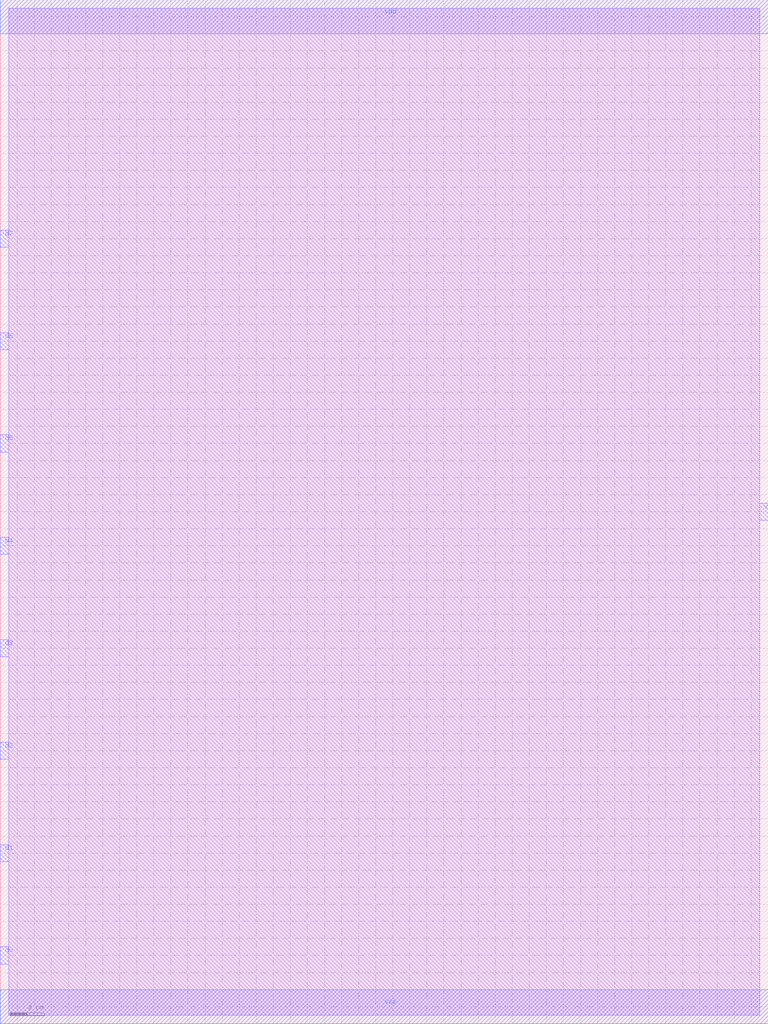
<source format=lef>
VERSION 5.7 ;
BUSBITCHARS "[]" ;
DIVIDERCHAR "/" ;

MACRO r2r_dac_8bit
  CLASS BLOCK ;
  ORIGIN 0 0 ;
  FOREIGN r2r_dac_8bit 0 0 ;
  SIZE 45.000 BY 60.000 ;
  SYMMETRY X Y ;

  PIN d0
    DIRECTION INPUT ;
    USE SIGNAL ;
    PORT
      LAYER Metal2 ;
        RECT 0.000 3.500 0.500 4.500 ;
    END
  END d0

  PIN d1
    DIRECTION INPUT ;
    USE SIGNAL ;
    PORT
      LAYER Metal2 ;
        RECT 0.000 9.500 0.500 10.500 ;
    END
  END d1

  PIN d2
    DIRECTION INPUT ;
    USE SIGNAL ;
    PORT
      LAYER Metal2 ;
        RECT 0.000 15.500 0.500 16.500 ;
    END
  END d2

  PIN d3
    DIRECTION INPUT ;
    USE SIGNAL ;
    PORT
      LAYER Metal2 ;
        RECT 0.000 21.500 0.500 22.500 ;
    END
  END d3

  PIN d4
    DIRECTION INPUT ;
    USE SIGNAL ;
    PORT
      LAYER Metal2 ;
        RECT 0.000 27.500 0.500 28.500 ;
    END
  END d4

  PIN d5
    DIRECTION INPUT ;
    USE SIGNAL ;
    PORT
      LAYER Metal2 ;
        RECT 0.000 33.500 0.500 34.500 ;
    END
  END d5

  PIN d6
    DIRECTION INPUT ;
    USE SIGNAL ;
    PORT
      LAYER Metal2 ;
        RECT 0.000 39.500 0.500 40.500 ;
    END
  END d6

  PIN d7
    DIRECTION INPUT ;
    USE SIGNAL ;
    PORT
      LAYER Metal2 ;
        RECT 0.000 45.500 0.500 46.500 ;
    END
  END d7

  PIN vout
    DIRECTION OUTPUT ;
    USE SIGNAL ;
    PORT
      LAYER Metal2 ;
        RECT 44.500 29.500 45.000 30.500 ;
    END
  END vout

  PIN vdd
    DIRECTION INOUT ;
    USE POWER ;
    PORT
      LAYER Metal3 ;
        RECT 0.000 58.000 45.000 60.000 ;
    END
  END vdd

  PIN vss
    DIRECTION INOUT ;
    USE GROUND ;
    PORT
      LAYER Metal3 ;
        RECT 0.000 0.000 45.000 2.000 ;
    END
  END vss

  OBS
    LAYER Metal1 ;
      RECT 0.500 0.500 44.500 59.500 ;
    LAYER Metal2 ;
      RECT 0.500 0.500 44.500 59.500 ;
  END

END r2r_dac_8bit

END LIBRARY

</source>
